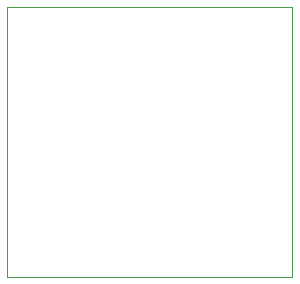
<source format=gbr>
G04 #@! TF.GenerationSoftware,KiCad,Pcbnew,(5.1.5-0-10_14)*
G04 #@! TF.CreationDate,2020-11-20T21:37:46+01:00*
G04 #@! TF.ProjectId,3pdt-breakout,33706474-2d62-4726-9561-6b6f75742e6b,rev?*
G04 #@! TF.SameCoordinates,Original*
G04 #@! TF.FileFunction,Profile,NP*
%FSLAX46Y46*%
G04 Gerber Fmt 4.6, Leading zero omitted, Abs format (unit mm)*
G04 Created by KiCad (PCBNEW (5.1.5-0-10_14)) date 2020-11-20 21:37:46*
%MOMM*%
%LPD*%
G04 APERTURE LIST*
%ADD10C,0.050000*%
G04 APERTURE END LIST*
D10*
X242570000Y-50165000D02*
X218440000Y-50165000D01*
X242570000Y-73025000D02*
X242570000Y-50165000D01*
X218440000Y-73025000D02*
X242570000Y-73025000D01*
X218440000Y-50165000D02*
X218440000Y-73025000D01*
M02*

</source>
